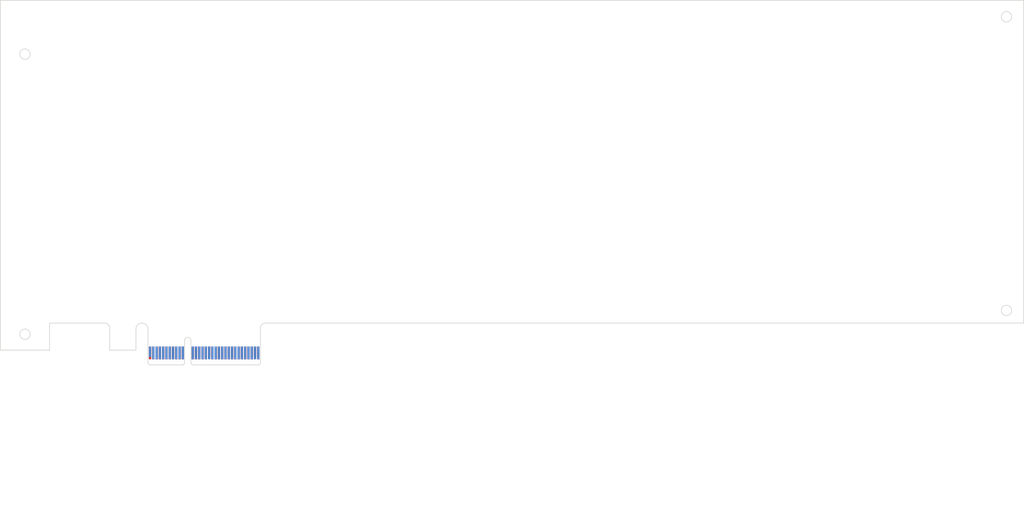
<source format=kicad_pcb>
(kicad_pcb (version 20211014) (generator pcbnew)
  (layers (0 "F.Cu" signal) (31 "B.Cu" signal) (34 "B.Paste" user) (35 "F.Paste" user) (36 "B.SilkS" user "B.Silkscreen") (37 "F.SilkS" user "F.Silkscreen") (38 "B.Mask" user) (39 "F.Mask" user) (44 "Edge.Cuts" user))
  (net 0 "")
  (net 1 "/~{PRSNT}")
  (net 2 "/+12V")
  (net 3 "GND")
  (net 4 "/JTAG_TCK")
  (net 5 "/JTAG_TDI")
  (net 6 "/JTAG_TDO")
  (net 7 "/JTAG_TMS")
  (net 8 "/+3V3")
  (net 9 "/~{PERST}")
  (net 10 "/RefClk_P")
  (net 11 "/RefClk_N")
  (net 12 "/PER0_P")
  (net 13 "/PER0_N")
  (net 14 "/SMCLK")
  (net 15 "/SMDAT")
  (net 16 "/+3V3_aux")
  (net 17 "/~{Wake}")
  (net 18 "/~{CLKREQ}")
  (net 19 "/PET0_P")
  (net 20 "/PET0_N")
  (net 22 "/PER1_P")
  (net 23 "/PER1_N")
  (net 24 "/PER2_P")
  (net 25 "/PER2_N")
  (net 26 "/PER3_P")
  (net 27 "/PER3_N")
  (net 29 "/~{JTAG_TRST}")
  (net 31 "/PET1_P")
  (net 32 "/PET1_N")
  (net 33 "/PET2_P")
  (net 34 "/PET2_N")
  (net 35 "/PET3_P")
  (net 36 "/PET3_N")
  (footprint "Connector_PCIe:PCIe_x4_GoldFinger" (layer "B.Cu") (at 109.65 198.91 180)
    (fp_text reference "P1" hide)
    (fp_text value "PCIe_x4_Goldfinger")
    (pad "A1" smd rect locked (at 11.5 2.355 180) (size 0.7 3.2) (layers "B.Cu" "B.Mask") (net 1 "/~{PRSNT}"))
    (pad "A2" smd rect locked (at 10.5 2 180) (size 0.7 3.91) (layers "B.Cu" "B.Mask") (net 2 "/+12V"))
    (pad "A3" smd rect locked (at 9.5 2 180) (size 0.7 3.91) (layers "B.Cu" "B.Mask") (net 2 "/+12V"))
    (pad "A4" smd rect locked (at 8.5 2 180) (size 0.7 3.91) (layers "B.Cu" "B.Mask") (net 3 "GND"))
    (pad "A5" smd rect locked (at 7.5 2 180) (size 0.7 3.91) (layers "B.Cu" "B.Mask") (net 4 "/JTAG_TCK"))
    (pad "A6" smd rect locked (at 6.5 2 180) (size 0.7 3.91) (layers "B.Cu" "B.Mask") (net 5 "/JTAG_TDI"))
    (pad "A7" smd rect locked (at 5.5 2 180) (size 0.7 3.91) (layers "B.Cu" "B.Mask") (net 6 "/JTAG_TDO"))
    (pad "A8" smd rect locked (at 4.5 2 180) (size 0.7 3.91) (layers "B.Cu" "B.Mask") (net 7 "/JTAG_TMS"))
    (pad "A9" smd rect locked (at 3.5 2 180) (size 0.7 3.91) (layers "B.Cu" "B.Mask") (net 8 "/+3V3"))
    (pad "A10" smd rect locked (at 2.5 2 180) (size 0.7 3.91) (layers "B.Cu" "B.Mask") (net 8 "/+3V3"))
    (pad "A11" smd rect locked (at 1.5 2 180) (size 0.7 3.91) (layers "B.Cu" "B.Mask") (net 9 "/~{PERST}"))
    (pad "A12" smd rect locked (at -1.5 2 180) (size 0.7 3.91) (layers "B.Cu" "B.Mask") (net 3 "GND"))
    (pad "A13" smd rect locked (at -2.5 2 180) (size 0.7 3.91) (layers "B.Cu" "B.Mask") (net 10 "/RefClk_P"))
    (pad "A14" smd rect locked (at -3.5 2 180) (size 0.7 3.91) (layers "B.Cu" "B.Mask") (net 11 "/RefClk_N"))
    (pad "A15" smd rect locked (at -4.5 2 180) (size 0.7 3.91) (layers "B.Cu" "B.Mask") (net 3 "GND"))
    (pad "A16" smd rect locked (at -5.5 2 180) (size 0.7 3.91) (layers "B.Cu" "B.Mask") (net 12 "/PER0_P"))
    (pad "A17" smd rect locked (at -6.5 2 180) (size 0.7 3.91) (layers "B.Cu" "B.Mask") (net 13 "/PER0_N"))
    (pad "A18" smd rect locked (at -7.5 2 180) (size 0.7 3.91) (layers "B.Cu" "B.Mask") (net 3 "GND"))
    (pad "A19" smd rect locked (at -8.5 2 180) (size 0.7 3.91) (layers "B.Cu" "B.Mask"))
    (pad "A20" smd rect locked (at -9.5 2 180) (size 0.7 3.91) (layers "B.Cu" "B.Mask") (net 3 "GND"))
    (pad "A21" smd rect locked (at -10.5 2 180) (size 0.7 3.91) (layers "B.Cu" "B.Mask") (net 22 "/PER1_P"))
    (pad "A22" smd rect locked (at -11.5 2 180) (size 0.7 3.91) (layers "B.Cu" "B.Mask") (net 23 "/PER1_N"))
    (pad "A23" smd rect locked (at -12.5 2 180) (size 0.7 3.91) (layers "B.Cu" "B.Mask") (net 3 "GND"))
    (pad "A24" smd rect locked (at -13.5 2 180) (size 0.7 3.91) (layers "B.Cu" "B.Mask") (net 3 "GND"))
    (pad "A25" smd rect locked (at -14.5 2 180) (size 0.7 3.91) (layers "B.Cu" "B.Mask") (net 24 "/PER2_P"))
    (pad "A26" smd rect locked (at -15.5 2 180) (size 0.7 3.91) (layers "B.Cu" "B.Mask") (net 25 "/PER2_N"))
    (pad "A27" smd rect locked (at -16.5 2 180) (size 0.7 3.91) (layers "B.Cu" "B.Mask") (net 3 "GND"))
    (pad "A28" smd rect locked (at -17.5 2 180) (size 0.7 3.91) (layers "B.Cu" "B.Mask") (net 3 "GND"))
    (pad "A29" smd rect locked (at -18.5 2 180) (size 0.7 3.91) (layers "B.Cu" "B.Mask") (net 26 "/PER3_P"))
    (pad "A30" smd rect locked (at -19.5 2 180) (size 0.7 3.91) (layers "B.Cu" "B.Mask") (net 27 "/PER3_N"))
    (pad "A31" smd rect locked (at -20.5 2 180) (size 0.7 3.91) (layers "B.Cu" "B.Mask") (net 3 "GND"))
    (pad "A32" smd rect locked (at -21.5 2 180) (size 0.7 3.91) (layers "B.Cu" "B.Mask"))
    (pad "B1" smd rect locked (at 11.5 2 180) (size 0.7 3.91) (layers "F.Cu" "F.Mask") (net 2 "/+12V"))
    (pad "B2" smd rect locked (at 10.5 2 180) (size 0.7 3.91) (layers "F.Cu" "F.Mask") (net 2 "/+12V"))
    (pad "B3" smd rect locked (at 9.5 2 180) (size 0.7 3.91) (layers "F.Cu" "F.Mask") (net 2 "/+12V"))
    (pad "B4" smd rect locked (at 8.5 2 180) (size 0.7 3.91) (layers "F.Cu" "F.Mask") (net 3 "GND"))
    (pad "B5" smd rect locked (at 7.5 2 180) (size 0.7 3.91) (layers "F.Cu" "F.Mask") (net 14 "/SMCLK"))
    (pad "B6" smd rect locked (at 6.5 2 180) (size 0.7 3.91) (layers "F.Cu" "F.Mask") (net 15 "/SMDAT"))
    (pad "B7" smd rect locked (at 5.5 2 180) (size 0.7 3.91) (layers "F.Cu" "F.Mask") (net 3 "GND"))
    (pad "B8" smd rect locked (at 4.5 2 180) (size 0.7 3.91) (layers "F.Cu" "F.Mask") (net 8 "/+3V3"))
    (pad "B9" smd rect locked (at 3.5 2 180) (size 0.7 3.91) (layers "F.Cu" "F.Mask") (net 29 "/~{JTAG_TRST}"))
    (pad "B10" smd rect locked (at 2.5 2 180) (size 0.7 3.91) (layers "F.Cu" "F.Mask") (net 16 "/+3V3_aux"))
    (pad "B11" smd rect locked (at 1.5 2 180) (size 0.7 3.91) (layers "F.Cu" "F.Mask") (net 17 "/~{Wake}"))
    (pad "B12" smd rect locked (at -1.5 2 180) (size 0.7 3.91) (layers "F.Cu" "F.Mask") (net 18 "/~{CLKREQ}"))
    (pad "B13" smd rect locked (at -2.5 2 180) (size 0.7 3.91) (layers "F.Cu" "F.Mask") (net 3 "GND"))
    (pad "B14" smd rect locked (at -3.5 2 180) (size 0.7 3.91) (layers "F.Cu" "F.Mask") (net 19 "/PET0_P"))
    (pad "B15" smd rect locked (at -4.5 2 180) (size 0.7 3.91) (layers "F.Cu" "F.Mask") (net 20 "/PET0_N"))
    (pad "B16" smd rect locked (at -5.5 2 180) (size 0.7 3.91) (layers "F.Cu" "F.Mask") (net 3 "GND"))
    (pad "B17" smd rect locked (at -6.5 2.355 180) (size 0.7 3.2) (layers "F.Cu" "F.Mask"))
    (pad "B18" smd rect locked (at -7.5 2 180) (size 0.7 3.91) (layers "F.Cu" "F.Mask") (net 3 "GND"))
    (pad "B19" smd rect locked (at -8.5 2 180) (size 0.7 3.91) (layers "F.Cu" "F.Mask") (net 31 "/PET1_P"))
    (pad "B20" smd rect locked (at -9.5 2 180) (size 0.7 3.91) (layers "F.Cu" "F.Mask") (net 32 "/PET1_N"))
    (pad "B21" smd rect locked (at -10.5 2 180) (size 0.7 3.91) (layers "F.Cu" "F.Mask") (net 3 "GND"))
    (pad "B22" smd rect locked (at -11.5 2 180) (size 0.7 3.91) (layers "F.Cu" "F.Mask") (net 3 "GND"))
    (pad "B23" smd rect locked (at -12.5 2 180) (size 0.7 3.91) (layers "F.Cu" "F.Mask") (net 33 "/PET2_P"))
    (pad "B24" smd rect locked (at -13.5 2 180) (size 0.7 3.91) (layers "F.Cu" "F.Mask") (net 34 "/PET2_N"))
    (pad "B25" smd rect locked (at -14.5 2 180) (size 0.7 3.91) (layers "F.Cu" "F.Mask") (net 3 "GND"))
    (pad "B26" smd rect locked (at -15.5 2 180) (size 0.7 3.91) (layers "F.Cu" "F.Mask") (net 3 "GND"))
    (pad "B27" smd rect locked (at -16.5 2 180) (size 0.7 3.91) (layers "F.Cu" "F.Mask") (net 35 "/PET3_P"))
    (pad "B28" smd rect locked (at -17.5 2 180) (size 0.7 3.91) (layers "F.Cu" "F.Mask") (net 36 "/PET3_N"))
    (pad "B29" smd rect locked (at -18.5 2 180) (size 0.7 3.91) (layers "F.Cu" "F.Mask") (net 3 "GND"))
    (pad "B30" smd rect locked (at -19.5 2 180) (size 0.7 3.91) (layers "F.Cu" "F.Mask"))
    (pad "B31" smd rect locked (at -20.5 2.355 180) (size 0.7 3.2) (layers "F.Cu" "F.Mask") (net 1 "/~{PRSNT}"))
    (pad "B32" smd rect locked (at -21.5 2 180) (size 0.7 3.91) (layers "F.Cu" "F.Mask") (net 3 "GND"))
  )
  (gr_line locked (start 111.1 200.575) (end 131.3 200.575) (layer "Edge.Cuts") (width 0.2))
  (gr_line locked (start 67.5 187.825) (end 84.35 187.825) (layer "Edge.Cuts") (width 0.2))
  (gr_line locked (start 364.5 187.825) (end 364.5 89.425) (layer "Edge.Cuts") (width 0.2))
  (gr_circle locked (center 359.25 183.975) (end 360.84 183.975) (layer "Edge.Cuts") (width 0.2) (fill none))
  (gr_line locked (start 67.5 196.075) (end 52.5 196.075) (layer "Edge.Cuts") (width 0.2))
  (gr_line locked (start 85.85 189.325) (end 85.85 196.075) (layer "Edge.Cuts") (width 0.2))
  (gr_line locked (start 93.85 196.075) (end 93.85 189.65) (layer "Edge.Cuts") (width 0.2))
  (gr_line locked (start 52.5 89.425) (end 52.5 196.075) (layer "Edge.Cuts") (width 0.2))
  (gr_line locked (start 110.6 200.075) (end 111.1 200.575) (layer "Edge.Cuts") (width 0.2))
  (gr_circle locked (center 359.25 94.445) (end 360.84 94.445) (layer "Edge.Cuts") (width 0.2) (fill none))
  (gr_line locked (start 97.5 200.075) (end 98 200.575) (layer "Edge.Cuts") (width 0.2))
  (gr_arc locked (start 84.35 187.825) (mid 85.41066 188.26434) (end 85.85 189.325) (layer "Edge.Cuts") (width 0.2))
  (gr_line locked (start 67.5 187.825) (end 67.5 196.075) (layer "Edge.Cuts") (width 0.2))
  (gr_line locked (start 364.5 89.425) (end 52.5 89.425) (layer "Edge.Cuts") (width 0.2))
  (gr_arc locked (start 131.8 189.325) (mid 132.23934 188.26434) (end 133.3 187.825) (layer "Edge.Cuts") (width 0.2))
  (gr_line locked (start 133.3 187.825) (end 364.5 187.825) (layer "Edge.Cuts") (width 0.2))
  (gr_line locked (start 110.6 200.075) (end 110.6 193.125) (layer "Edge.Cuts") (width 0.2))
  (gr_line locked (start 85.85 196.075) (end 93.85 196.075) (layer "Edge.Cuts") (width 0.2))
  (gr_circle locked (center 60 191.225) (end 61.59 191.225) (layer "Edge.Cuts") (width 0.2) (fill none))
  (gr_line locked (start 98 200.575) (end 108.2 200.575) (layer "Edge.Cuts") (width 0.2))
  (gr_arc locked (start 108.7 193.125) (mid 109.65 192.175) (end 110.6 193.125) (layer "Edge.Cuts") (width 0.2))
  (gr_circle locked (center 60 105.825) (end 61.59 105.825) (layer "Edge.Cuts") (width 0.2) (fill none))
  (gr_line locked (start 108.7 200.075) (end 108.7 193.125) (layer "Edge.Cuts") (width 0.2))
  (gr_line locked (start 108.2 200.575) (end 108.7 200.075) (layer "Edge.Cuts") (width 0.2))
  (gr_line locked (start 131.3 200.575) (end 131.8 200.075) (layer "Edge.Cuts") (width 0.2))
  (gr_line locked (start 97.5 189.65) (end 97.5 200.075) (layer "Edge.Cuts") (width 0.2))
  (gr_arc locked (start 93.85 189.65) (mid 95.675 187.825) (end 97.5 189.65) (layer "Edge.Cuts") (width 0.2))
  (gr_line locked (start 131.8 200.075) (end 131.8 189.325) (layer "Edge.Cuts") (width 0.2))
)
</source>
